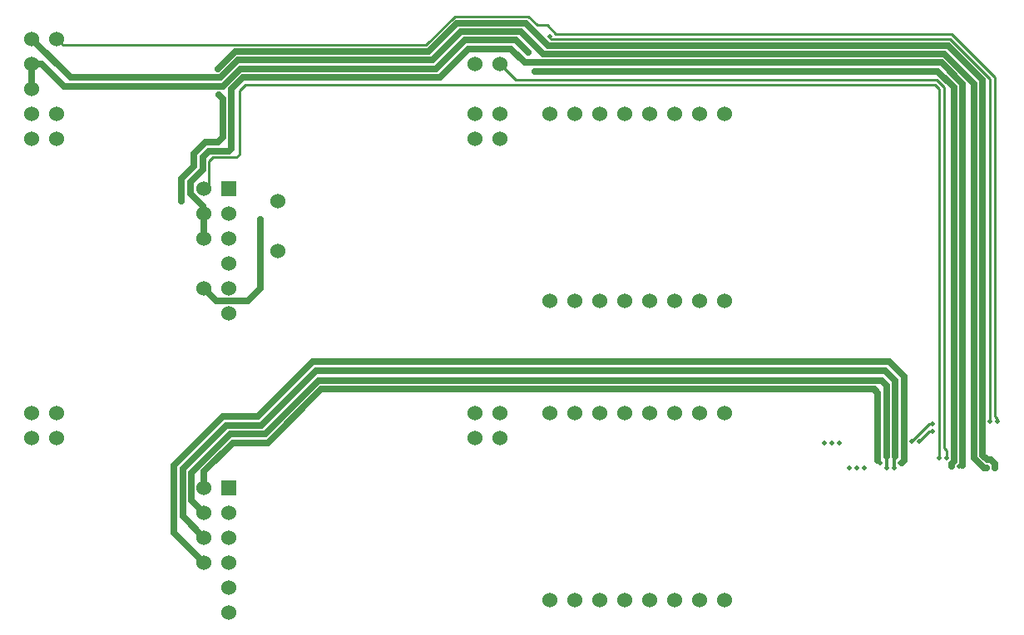
<source format=gbr>
G04 start of page 2 for group 0 idx 0 *
G04 Title: (unknown), P1_W1 *
G04 Creator: pcb 4.2.0 *
G04 CreationDate: Wed Jul 29 19:47:20 2020 UTC *
G04 For: commonadmin *
G04 Format: Gerber/RS-274X *
G04 PCB-Dimensions (mil): 6000.00 7000.00 *
G04 PCB-Coordinate-Origin: lower left *
%MOIN*%
%FSLAX25Y25*%
%LNTOP*%
%ADD17C,0.0380*%
%ADD16C,0.0001*%
%ADD15C,0.0200*%
%ADD14C,0.0600*%
%ADD13C,0.0100*%
%ADD12C,0.0140*%
%ADD11C,0.0250*%
G54D11*X289000Y374500D02*X284000Y379500D01*
X263500D01*
X252000Y368000D01*
X173500D01*
X166500Y361000D01*
X459500Y360500D02*X453000Y367000D01*
X291500D01*
X458499Y208500D02*Y209599D01*
X459500Y210600D01*
Y360500D02*Y210600D01*
X166500Y361000D02*X103000D01*
X94000Y370000D01*
X90000D01*
Y360000D01*
X170000D02*Y336000D01*
X169000Y335000D01*
X161000D01*
X158500Y332500D01*
Y327500D01*
X153500Y322500D01*
Y318000D01*
X158500Y313000D01*
Y310500D01*
X159000Y310000D01*
Y300000D01*
X287500Y370500D02*X282000Y376000D01*
X265000D01*
X253500Y364500D01*
X174500D01*
X170000Y360000D01*
X463000Y362000D02*X454500Y370500D01*
X287500D01*
G54D12*X461500Y208500D02*X462500D01*
X463000Y209000D01*
G54D11*Y362000D02*Y209000D01*
X471000Y363500D02*X457250Y377250D01*
X296750D01*
X476000Y208000D02*Y209500D01*
X474250Y211250D01*
X472750D01*
X471000Y213000D01*
Y363500D02*Y213000D01*
X296750Y377250D02*X287750Y386250D01*
X260250D01*
X249000Y375000D01*
X171500D01*
X164500Y368000D01*
X166500Y356000D02*Y340500D01*
G54D12*X165500Y357000D02*X164500Y358000D01*
G54D11*X166500Y356000D02*X165000Y357500D01*
X166500Y340500D02*X164500Y338500D01*
X181500Y307500D02*Y280000D01*
X176500Y275000D01*
X164000D01*
X159000Y280000D01*
X164500Y338500D02*X159500D01*
X155000Y334000D01*
Y329000D01*
X150000Y324000D01*
Y315000D01*
X295000Y374000D02*X286000Y383000D01*
X262000D01*
X250500Y371500D01*
X172500D01*
X165500Y364500D01*
X467500Y362000D02*X455500Y374000D01*
X295000D01*
X467500Y212000D02*X471500Y208000D01*
X472500D01*
X467500Y212000D02*Y362000D01*
X165500Y364500D02*X105500D01*
X90000Y380000D01*
G54D13*X102500Y377500D02*X100000Y380000D01*
G54D11*X439500Y244500D02*X433500Y250500D01*
X202500D01*
X180500Y228500D01*
X166500D01*
X147000Y182000D02*X159000Y170000D01*
X166500Y228500D02*X147000Y209000D01*
Y182000D01*
G54D13*X451000Y222500D02*X449500D01*
X445500Y218500D01*
X477000Y226500D02*Y227500D01*
X476000Y228500D01*
G54D11*X438500Y210000D02*X439500Y211000D01*
G54D12*X438000Y210000D02*X438500D01*
G54D13*X476000Y228500D02*Y364500D01*
G54D11*X439500Y244500D02*Y211000D01*
G54D13*X300000Y382000D02*X296500Y385500D01*
X292500D01*
X289000Y389000D01*
X259500D01*
X248000Y377500D01*
X476000Y364500D02*X458500Y382000D01*
X300000D01*
X248000Y377500D02*X102500D01*
G54D11*X429000Y238000D02*X427500Y239500D01*
G54D13*X451000Y225500D02*X449500D01*
X442500Y218500D01*
X474000Y364000D02*X458000Y380000D01*
X298000D01*
X297500Y381000D02*Y380500D01*
X298000Y380000D01*
G54D12*X430000Y210000D02*X429000Y211000D01*
G54D13*X474000Y364000D02*Y226500D01*
G54D11*X429000Y238000D02*Y211000D01*
X427500Y239500D02*X206000D01*
X184500Y218000D01*
X170500D01*
X159000Y206500D01*
Y200000D01*
X432500Y241000D02*X430500Y243000D01*
G54D13*X456500Y212000D02*Y215000D01*
X455500Y216000D01*
G54D12*X432500Y208000D02*Y212500D01*
G54D11*Y241000D02*Y212500D01*
G54D13*X455500Y360500D02*X452500Y363500D01*
X284000D01*
X277500Y370000D01*
X455500Y360500D02*Y216000D01*
G54D11*X154000Y195000D02*X159000Y190000D01*
X430500Y243000D02*X205000D01*
X183500Y221500D01*
X169500D01*
X154000Y206000D01*
Y195000D01*
G54D13*X452000Y361500D02*X453500Y360000D01*
X452000Y361500D02*X175500D01*
X159000Y320000D02*X161000Y322000D01*
Y331000D01*
X162500Y332500D01*
X173250Y333750D02*X172000Y332500D01*
X162500D01*
X173250Y359250D02*X175500Y361500D01*
X173250Y359250D02*Y333750D01*
G54D11*X436000Y243000D02*X432000Y247000D01*
X204000D01*
X150500Y188500D02*X159000Y180000D01*
X204000Y247000D02*X182000Y225000D01*
X168000D01*
X150500Y207500D01*
Y188500D01*
G54D12*X436000Y212500D02*X435500Y212000D01*
Y208000D01*
G54D13*X453500Y212000D02*Y360000D01*
G54D11*X436000Y243000D02*Y212500D01*
G54D14*X327500Y155000D03*
X337500D03*
X347500D03*
X357500D03*
X297500D03*
X307500D03*
X317500D03*
X297500Y230000D03*
X277500D03*
Y220000D03*
X267500D03*
Y230000D03*
X367500Y155000D03*
X307500Y230000D03*
X317500D03*
X327500D03*
X337500D03*
X347500D03*
X357500D03*
X367500D03*
Y275000D03*
X357500D03*
X347500D03*
X337500D03*
X327500D03*
X317500D03*
X307500D03*
X297500D03*
G54D15*X458499Y208500D03*
X438000Y210000D03*
X461500Y208500D03*
X473000Y208000D03*
X476000D03*
X453500Y212000D03*
X456500D03*
X442500Y218500D03*
X445500D03*
X430000Y210000D03*
X432500Y208000D03*
X435500D03*
X417500D03*
X420500D03*
X423500D03*
X407500Y218000D03*
X410500D03*
X413500D03*
G54D16*G36*
X166000Y323000D02*Y317000D01*
X172000D01*
Y323000D01*
X166000D01*
G37*
G54D14*X169000Y310000D03*
Y300000D03*
X188500Y315000D03*
X267500Y350000D03*
Y340000D03*
X277500D03*
Y350000D03*
X169000Y290000D03*
Y280000D03*
Y270000D03*
X188500Y295000D03*
X367500Y350000D03*
X357500D03*
X347500D03*
X337500D03*
X327500D03*
X317500D03*
X307500D03*
X297500D03*
X100000Y230000D03*
Y220000D03*
X90000D03*
Y230000D03*
G54D16*G36*
X166000Y203000D02*Y197000D01*
X172000D01*
Y203000D01*
X166000D01*
G37*
G54D14*X169000Y190000D03*
Y180000D03*
Y170000D03*
Y160000D03*
Y150000D03*
X90000Y350000D03*
Y340000D03*
X100000D03*
Y350000D03*
X159000Y320000D03*
Y310000D03*
G54D15*X164500Y368000D03*
Y358000D03*
X150000Y315000D03*
X181500Y307500D03*
G54D14*X277500Y370000D03*
G54D15*X291500Y367000D03*
X289000Y374500D03*
G54D14*X159000Y280000D03*
Y200000D03*
Y190000D03*
Y180000D03*
Y170000D03*
Y300000D03*
G54D15*X297500Y381000D03*
X474000Y226500D03*
X477000D03*
X451000Y222500D03*
Y225500D03*
G54D14*X267500Y370000D03*
X100000Y380000D03*
X90000D03*
Y370000D03*
Y360000D03*
G54D17*G54D13*G54D17*G54D13*G54D17*G54D13*G54D17*G54D13*G54D17*M02*

</source>
